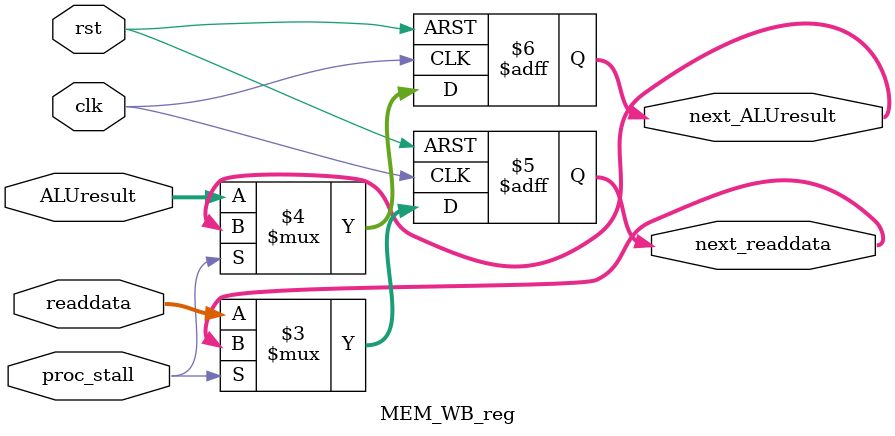
<source format=v>
/*  
    11 kinds of aluCtrl signal:
    add:    0010
    sub:    0110
    and:    0000
    or:     0001
    xor:    0011
    nor:    0100
    slt:    0111
    sll:    0101
    sra:    1000
    srl:    1001
    nop:    1111
*/
module aluCtrl(
        opcode,
        funct,
        ALUOp,
        ctrl
);
    //============== in/out declaration ===============
    input       [5:0]   opcode;
    input       [5:0]   funct;
    input       [1:0]   ALUOp;
    output reg  [3:0]   ctrl;

    //============== wire/ reg/ declaration ===========
    wire    [5:0]   temp;

    //============== combinational part ===============
    //to choose which funct to use I / R type
    assign temp = (ALUOp == 2'b10)? funct : opcode;
    always@(*)begin
        //if the inst. is R-type
        if(ALUOp == 2'b10) begin
            //ADD
            if(temp == 6'b100000)
                ctrl = 4'b0010;
            //SUB
            else if(temp == 6'b100010)
                ctrl = 4'b0110;
            //AND
            else if(temp == 6'b100100)
                ctrl = 4'b0000;
            //OR
            else if(temp == 6'b100101)
                ctrl = 4'b0001;
            //XOR
            else if(temp == 6'b100110)
                ctrl = 4'b0011;
            //NOR
            else if(temp == 6'b100111)
                ctrl = 4'b0100;
            //SLT
            else if(temp == 6'b101010)
                ctrl = 4'b0111;
            //SLL
            else if(temp == 6'b000000)
                ctrl = 4'b0101;
            //SRA
            else if(temp == 6'b000011)
                ctrl = 4'b1000;
            //SRL
            else if(temp == 6'b000010)
                ctrl = 4'b1001;
            //NOP
            else 
                ctrl = 4'b1111;
        end
        //if the inst. is I-type
        else if(ALUOp == 2'b01) begin
            //LW (add)
            if(temp == 6'b100011)
                ctrl = 4'b0010;
            //SW (add)
            else if(temp == 6'b101011)
                ctrl = 4'b0010;
            //ADDI (add)
            else if(temp == 6'b001000)
                ctrl = 4'b0010;
            //ANDI (and)
            else if(temp == 6'b001100)
                ctrl = 4'b0000;
            //ORI (or)
            else if(temp == 6'b001101)
                ctrl = 4'b0001;
            //XORI (xor)
            else if(temp == 6'b001110)
                ctrl = 4'b0011;
            //SLTI (slt)
            else if(temp == 6'b001010)
                ctrl = 4'b0111;
            //NOP
            else
                ctrl = 4'b1111;
        end
        //NOP
        else begin
            ctrl = 4'b1111;
        end
    end
endmodule
    //=============== sequential part ================
//TODO
//==========================================================//
//                           ALU                            //
//==========================================================//
/*  
    11 kinds of aluCtrl signal:
    add:    0010
    sub:    0110
    and:    0000
    or:     0001
    xor:    0011
    nor:    0100
    slt:    0111
    sll:    0101
    sra:    1000
    srl:    1001
    nop:    1111
*/
module alu(
    ctrl,
    x,
    y,
    out
);
    //================== in/out declaration ==================
    input       [3:0]   ctrl;
    input       [31:0]  x, y;
    output reg  [31:0]  out;
    //============== reg / wire declaration ==================

    //================== combinational part ==================
    always@(*) begin
        //    add:    0010
        if(ctrl == 4'b0010)
            out = x + y;
        //    sub:    0110
        else if(ctrl == 4'b0110)
            out = x - y;
        //    and:    0000
        else if(ctrl == 4'b0000)
            out = x & y;
        //    or:     0001
        else if(ctrl == 4'b0001)
            out = x | y;
        //    xor:    0011
        else if(ctrl == 4'b0011)
            out = x ^ y;
        //    nor:    0100
        else if(ctrl == 4'b0100)
            out = ~(x | y);
        //    slt:    0111
        else if(ctrl == 4'b0111) begin
            if (x < y)
                out = 1;
            else
                out = 32'b0;
        end
        //    sll:    0101
        else if(ctrl == 4'b0101)
            out = x << y;
        //    sra:    1000
        else if(ctrl == 4'b1000)
            out = x >>> y;
        //    srl:    1001
        else if(ctrl == 4'b1001)
            out = x >> y;
		else
			out = 31'd0;
    end
    //================= sequential part =====================
endmodule

//==========================================================//
//                           register                       //
//==========================================================//
module register(
        clk,
	    rst_n,
        RegWrite,
        ReadReg1,
        ReadReg2,
        WriteReg,
        WriteData,
        ReadData1,
        ReadData2
);
    //==== in/out reg/wire declaration ====
    input           clk, rst_n, RegWrite;
    input   [4:0]   ReadReg1, ReadReg2, WriteReg;
    input   [31:0]  WriteData;
    output  [31:0]  ReadData1,ReadData2;
    
    reg [31:0] register [31:0];
    reg [31:0] prev_ReadData1, prev_ReadData2;
    //==== combinational part ====
    
    always@(negedge rst_n or posedge clk) begin
	//rst operation
	if(~rst_n) begin
	    register[0] <= 32'b0;
  	    register[1] <= 32'b0;
	    register[2] <= 32'b0;
	    register[3] <= 32'b0;
	    register[4] <= 32'b0;
	    register[5] <= 32'b0;
	    register[6] <= 32'b0;
	    register[7] <= 32'b0;
	    register[8] <= 32'b0;
	    register[9] <= 32'b0;
 	    register[10] <= 32'b0;
	    register[11] <= 32'b0;
	    register[12] <= 32'b0;
	    register[13] <= 32'b0;
	    register[14] <= 32'b0;
	    register[15] <= 32'b0;
	    register[16] <= 32'b0;
	    register[17] <= 32'b0;
	    register[18] <= 32'b0;
	    register[19] <= 32'b0;
 	    register[20] <= 32'b0;
	    register[21] <= 32'b0;
	    register[22] <= 32'b0;
	    register[23] <= 32'b0;
	    register[24] <= 32'b0;
	    register[25] <= 32'b0;
	    register[26] <= 32'b0;
	    register[27] <= 32'b0;
	    register[28] <= 32'b0;
	    register[29] <= 32'b0;
	    register[30] <= 32'b0;
	    register[31] <= 32'b0;
	end
	else begin
		//write operation
	    if(RegWrite == 1'b1) begin
            	if(WriteReg != 5'b0)
	    register[WriteReg] <= WriteData;
            end
	end
    end

    //read operation
    assign ReadData1 = (RegWrite && (WriteReg == ReadReg1)) ? WriteData : prev_ReadData1;
    assign ReadData2 = (RegWrite && (WriteReg == ReadReg2)) ? WriteData : prev_ReadData2;
    always@(*) begin
        prev_ReadData1 <= register[ReadReg1];
        prev_ReadData2 <= register[ReadReg2];
    end
        
endmodule


//==========================================================//
//                    FF between stages                     //
//==========================================================//
module IF_ID_reg(
    clk,
    rst,
    IF_ID_write,
    IF_flush,
    proc_stall,
    PC_4,
    inst,
    next_PC_4,
    next_inst
);
    //========= in/ out declaration =============
    input               clk;
    input               rst;
    input               IF_ID_write;
    input               IF_flush;
    input               proc_stall;
    input       [31:0]  PC_4;
    input       [31:0]  inst;
    output reg  [31:0]  next_PC_4;
    output reg  [31:0]  next_inst;

    //========= wire/reg declaration ============

    //========= combinational part ==============
	
	wire[31:0] next_PC_4_w;
	wire[31:0] next_inst_w;

	assign next_PC_4_w = (IF_ID_write && !proc_stall)  ? ((IF_flush)? 32'b0: PC_4) : next_PC_4;
	assign next_inst_w = (IF_ID_write && !proc_stall)  ? ((IF_flush)? 32'b0: inst) : next_inst;

    //========= sequential part =================
    always@(posedge clk or negedge rst) begin
        if(!rst) begin
            next_PC_4 <= 32'b0;
            next_inst <= 32'b0;
        end
        else begin
            next_PC_4 <= next_PC_4_w;// (IF_ID_write || !proc_stall)  ? ((IF_flush)? 32'b0: PC_4) : next_PC_4;
            next_inst <= next_inst_w;//(IF_ID_write || !proc_stall)  ? ((IF_flush)? 32'b0: inst) : next_inst;
        end
    end
endmodule

module ID_EX_reg(
    clk,
    rst,
    proc_stall,
    readreg1,
    readreg2,
    sign_ext,
    next_readreg1,
    next_readreg2,
    next_sign_ext
);
    //============== in / out declaration =======
    input                   clk;
    input                   rst;
    input                   proc_stall;
    input       [31:0]      readreg1;
    input       [31:0]      readreg2;
    input       [31:0]      sign_ext;
    output reg  [31:0]      next_readreg1;
    output reg  [31:0]      next_readreg2;
    output reg  [31:0]      next_sign_ext;


    //=========== reg / wire declaration =========

    //=========== combinational part =============

    //=========== sequential part ================
    always@(posedge clk or negedge rst) begin
        if(!rst)begin
            next_readreg1 <= 32'b0;
            next_readreg2 <= 32'b0;
            next_sign_ext <= 32'b0;
        end
        else begin
            next_readreg1 <= (proc_stall) ? next_readreg1 : readreg1;
            next_readreg2 <= (proc_stall) ? next_readreg2 : readreg2;
            next_sign_ext <= (proc_stall) ? next_sign_ext : sign_ext;
        end
	end
endmodule

module EX_MEM_reg(
    clk,
    rst,
    proc_stall,
    ALUresult,
    readreg2,
    next_ALUresult,
    next_readreg2
);
    //============ in / out declaration =========
    input                   clk;
    input                   rst;
    input                   proc_stall;
    input       [31:0]      ALUresult;
    input       [31:0]      readreg2;
    output reg  [31:0]      next_ALUresult;
    output reg  [31:0]      next_readreg2;

    //========= reg / wire declaration ==========
    
    //============ combinational part ===========

    //============ sequential part ==============
    always@(posedge clk or negedge rst) begin
        if(!rst) begin
            next_ALUresult <= 32'b0;
            next_readreg2 <= 32'b0;
        end
        else begin
            next_ALUresult <= (proc_stall) ? next_ALUresult : ALUresult;
            next_readreg2 <= (proc_stall) ? next_readreg2 : readreg2;
        end
    end
endmodule

module MEM_WB_reg(
    clk,
    rst,
    proc_stall,
    readdata,
    ALUresult,
    next_readdata,
    next_ALUresult,
);
    //============ in / out declaration ===========
    input                   clk;
    input                   rst;
    input                   proc_stall;
    input       [31:0]      readdata;
    input       [31:0]      ALUresult;
    output reg  [31:0]      next_readdata;
    output reg  [31:0]      next_ALUresult;

    //========== reg / wire declaration ===========

    //============ combinational part =============

    //============ sequential part ================
    always@(negedge rst or posedge clk) begin
        if(!rst) begin
            next_readdata <= 32'b0;
            next_ALUresult <= 32'b0;
        end
        else begin
            next_readdata <= (proc_stall) ? next_readdata : readdata;
            next_ALUresult <= (proc_stall) ? next_ALUresult : ALUresult;
        end
    end
endmodule

</source>
